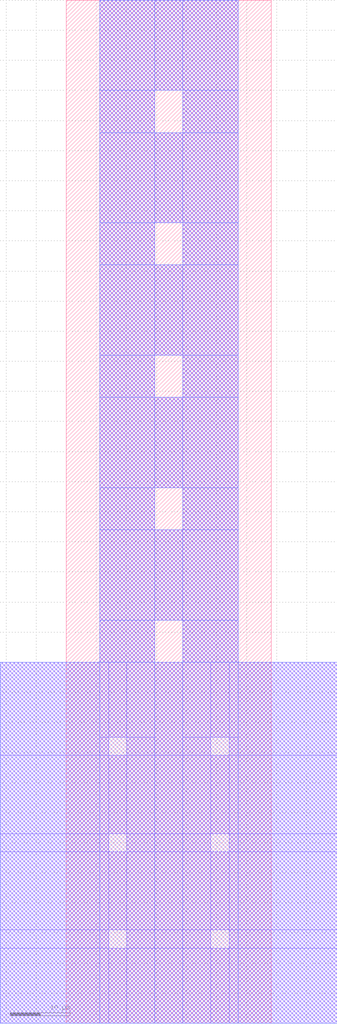
<source format=lef>

VERSION 5.5 ;

MACRO BONDPADD_m
    CLASS BLOCK ;
    FOREIGN BONDPADD_m 0 0 ;
    ORIGIN 0.000 0.000 ;
    SIZE 62.620 BY 56.920 ;
    SYMMETRY X Y ;
    OBS
        LAYER metal4 ;
        RECT  1.310 0.000 61.310 13.500 ;
        RECT  1.310 16.500 61.310 30.500 ;
        RECT  1.310 0.000 13.810 47.000 ;
        RECT  16.810 0.000 29.810 47.000 ;
        RECT  32.810 0.000 45.810 47.000 ;
        RECT  48.810 0.000 61.310 47.000 ;
        RECT  1.310 33.500 61.310 47.000 ;
        RECT  18.000 0.000 29.000 56.920 ;
        RECT  33.620 0.000 44.620 56.920 ;
        RECT  18.000 50.000 44.620 56.920 ;
        LAYER metal5 ;
        RECT  1.310 0.000 61.310 13.500 ;
        RECT  1.310 16.500 61.310 30.500 ;
        RECT  1.310 0.000 13.810 47.000 ;
        RECT  16.810 0.000 29.810 47.000 ;
        RECT  32.810 0.000 45.810 47.000 ;
        RECT  48.810 0.000 61.310 47.000 ;
        RECT  1.310 33.500 61.310 47.000 ;
        RECT  18.000 0.000 29.000 56.920 ;
        RECT  33.620 0.000 44.620 56.920 ;
        RECT  18.000 50.000 44.620 56.920 ;
        LAYER metal6 ;
        RECT  1.310 0.000 61.310 47.000 ;
        RECT  18.000 0.000 29.000 56.920 ;
        RECT  33.620 0.000 44.620 56.920 ;
        RECT  18.000 50.000 44.620 56.920 ;
    END
END BONDPADD_m

MACRO BONDPADCNU_m
    CLASS BLOCK ;
    FOREIGN BONDPADCNU_m 0 0 ;
    ORIGIN 0.000 0.000 ;
    SIZE 34.100 BY 170.000 ;
    SYMMETRY X Y ;
    OBS
        LAYER metal4 ;
        RECT  -10.950 0.000 45.050 12.500 ;
        RECT  -10.950 15.500 45.050 28.500 ;
        RECT  -10.950 31.500 45.050 44.500 ;
        RECT  -10.950 0.000 7.050 60.000 ;
        RECT  10.050 0.000 24.050 60.000 ;
        RECT  27.050 0.000 45.050 60.000 ;
        RECT  5.550 67.000 28.550 82.000 ;
        RECT  5.550 89.000 28.550 104.000 ;
        RECT  5.550 111.000 28.550 126.000 ;
        RECT  5.550 133.000 28.550 148.000 ;
        RECT  5.550 47.500 14.740 170.000 ;
        RECT  19.360 47.500 28.550 170.000 ;
        RECT  5.550 155.000 28.550 170.000 ;
        LAYER metal5 ;
        RECT  -10.950 0.000 45.050 12.500 ;
        RECT  -10.950 15.500 45.050 28.500 ;
        RECT  -10.950 31.500 45.050 44.500 ;
        RECT  -10.950 0.000 7.050 60.000 ;
        RECT  10.050 0.000 24.050 60.000 ;
        RECT  27.050 0.000 45.050 60.000 ;
        RECT  5.550 67.000 28.550 82.000 ;
        RECT  5.550 89.000 28.550 104.000 ;
        RECT  5.550 111.000 28.550 126.000 ;
        RECT  5.550 133.000 28.550 148.000 ;
        RECT  5.550 47.500 14.740 170.000 ;
        RECT  19.360 47.500 28.550 170.000 ;
        RECT  5.550 155.000 28.550 170.000 ;
        LAYER metal6 ;
        RECT  -10.950 0.000 45.050 60.000 ;
        RECT  5.550 67.000 28.550 82.000 ;
        RECT  5.550 89.000 28.550 104.000 ;
        RECT  5.550 111.000 28.550 126.000 ;
        RECT  5.550 133.000 28.550 148.000 ;
        RECT  5.550 0.000 14.740 170.000 ;
        RECT  19.360 0.000 28.550 170.000 ;
        RECT  5.550 155.000 28.550 170.000 ;
    END
END BONDPADCNU_m

MACRO BONDPADCGU_m
    CLASS BLOCK ;
    FOREIGN BONDPADCGU_m 0 0 ;
    ORIGIN 0.000 0.000 ;
    SIZE 34.100 BY 66.000 ;
    SYMMETRY X Y ;
    OBS
        LAYER metal4 ;
        RECT  -10.950 0.000 45.050 12.500 ;
        RECT  -10.950 15.500 45.050 28.500 ;
        RECT  -10.950 31.500 45.050 44.500 ;
        RECT  -10.950 0.000 7.050 60.000 ;
        RECT  10.050 0.000 24.050 60.000 ;
        RECT  27.050 0.000 45.050 60.000 ;
        RECT  3.740 47.500 14.740 66.000 ;
        RECT  19.360 47.500 30.360 66.000 ;
        RECT  3.740 63.000 30.360 66.000 ;
        LAYER metal5 ;
        RECT  -10.950 0.000 45.050 12.500 ;
        RECT  -10.950 15.500 45.050 28.500 ;
        RECT  -10.950 31.500 45.050 44.500 ;
        RECT  -10.950 0.000 7.050 60.000 ;
        RECT  10.050 0.000 24.050 60.000 ;
        RECT  27.050 0.000 45.050 60.000 ;
        RECT  3.740 47.500 14.740 66.000 ;
        RECT  19.360 47.500 30.360 66.000 ;
        RECT  3.740 63.000 30.360 66.000 ;
        LAYER metal6 ;
        RECT  -10.950 0.000 45.050 60.000 ;
        RECT  3.740 0.000 14.740 66.000 ;
        RECT  19.360 0.000 30.360 66.000 ;
        RECT  3.740 63.000 30.360 66.000 ;
    END
END BONDPADCGU_m

END LIBRARY

</source>
